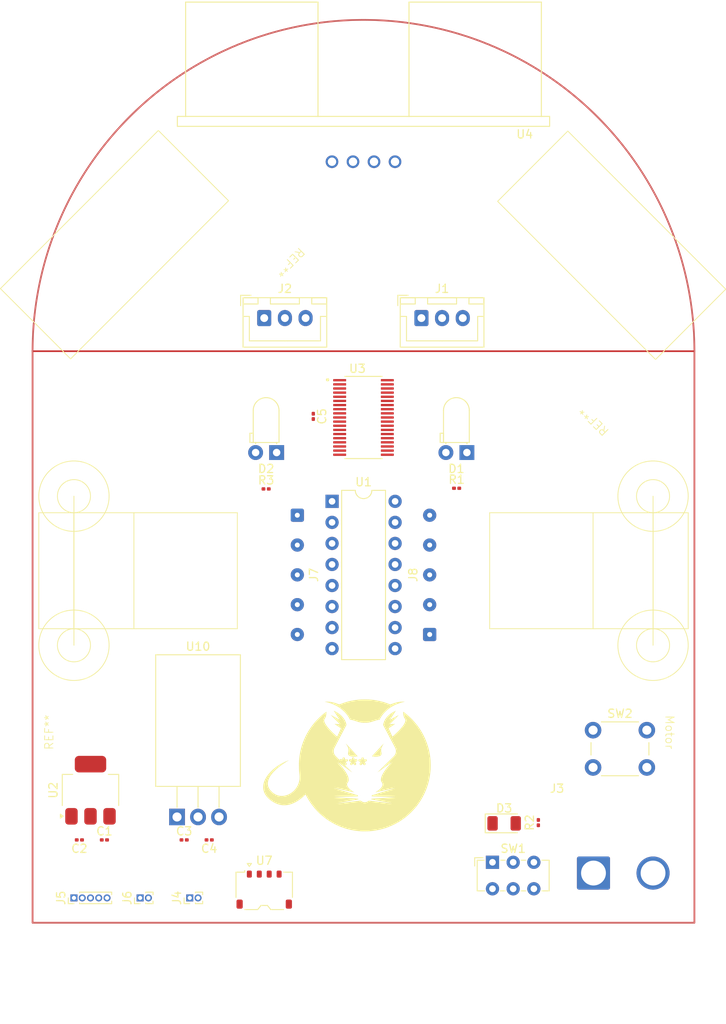
<source format=kicad_pcb>
(kicad_pcb (version 20240108) (generator "pcbnew") (generator_version "8.0")
  (layers (0 "F.Cu" signal) (31 "B.Cu" signal) (34 "B.Paste" user) (35 "F.Paste" user) (36 "B.SilkS" user "B.Silkscreen") (37 "F.SilkS" user "F.Silkscreen") (38 "B.Mask" user) (39 "F.Mask" user) (44 "Edge.Cuts" user))
  (net 0 "")
  (net 1 "Batt_out")
  (net 2 "GND")
  (net 3 "+5V")
  (net 4 "+6V")
  (net 5 "Net-(D1-A)")
  (net 6 "Net-(D2-A)")
  (net 7 "Net-(D3-A)")
  (net 8 "Infra_out1")
  (net 9 "Infra_out2")
  (net 10 "+BATT")
  (net 11 "UART_RX")
  (net 12 "UART_TX")
  (net 13 "Freedig1")
  (net 14 "Freedig3")
  (net 15 "Freedig2")
  (net 16 "Freedig5")
  (net 17 "Freedig4")
  (net 18 "I2C_SCL")
  (net 19 "I2C_SDA")
  (net 20 "M1 Enc")
  (net 21 "M2 Enc")
  (net 22 "M1 A")
  (net 23 "M3 Enc")
  (net 24 "M2 A")
  (net 25 "M4 Enc")
  (net 26 "Auge 2")
  (net 27 "Auge 1")
  (net 29 "Switch")
  (net 30 "Input 1")
  (net 31 "Input 3")
  (net 32 "Input 2")
  (net 33 "PWM 1")
  (net 34 "Input 4")
  (net 35 "PWM 2")
  (net 38 "CAP")
  (net 49 "PWM 3")
  (footprint "Connector_JST:JST_XH_B3B-XH-A_1x03_P2.50mm_Vertical" (layer "F.Cu") (at 226 148)
    (property "Reference" "J2" (at 2.5 -3.55 0) (layer "F.SilkS"))
    (property "Value" "Conn_01x03_Socket")
    (pad "1" thru_hole roundrect (at 0 0) (size 1.7 1.95) (drill 0.95) (layers "*.Cu" "*.Mask") (roundrect_rratio 0.147059) (net 3 "+5V"))
    (pad "2" thru_hole oval (at 2.5 0) (size 1.7 1.95) (drill 0.95) (layers "*.Cu" "*.Mask") (net 9 "Infra_out2"))
    (pad "3" thru_hole oval (at 5 0) (size 1.7 1.95) (drill 0.95) (layers "*.Cu" "*.Mask") (net 2 "GND"))
  )
  (footprint "Button_Switch_THT:SW_PUSH_6mm_H4.3mm" (layer "F.Cu") (at 265.75 197.75)
    (property "Reference" "SW2" (at 3.25 -2 0) (layer "F.SilkS"))
    (property "Value" "SW_MEC_5E")
    (pad "1" thru_hole circle (at 0 0 90) (size 2 2) (drill 1.1) (layers "*.Cu" "*.Mask") (net 29 "Switch"))
    (pad "1" thru_hole circle (at 6.5 0 90) (size 2 2) (drill 1.1) (layers "*.Cu" "*.Mask") (net 29 "Switch"))
    (pad "2" thru_hole circle (at 0 4.5 90) (size 2 2) (drill 1.1) (layers "*.Cu" "*.Mask") (net 29 "Switch"))
    (pad "2" thru_hole circle (at 6.5 4.5 90) (size 2 2) (drill 1.1) (layers "*.Cu" "*.Mask") (net 29 "Switch"))
  )
  (footprint "LED_SMD:LED_1206_3216Metric" (layer "F.Cu") (at 255 209)
    (property "Reference" "D3" (at 0 -1.82 0) (layer "F.SilkS"))
    (property "Value" "LED")
    (pad "1" smd roundrect (at -1.4 0) (size 1.25 1.75) (layers "F.Cu" "F.Paste" "F.Mask") (roundrect_rratio 0.2) (net 2 "GND"))
    (pad "2" smd roundrect (at 1.4 0) (size 1.25 1.75) (layers "F.Cu" "F.Paste" "F.Mask") (roundrect_rratio 0.2) (net 7 "Net-(D3-A)"))
  )
  (footprint "Connector_PinHeader_1.00mm:PinHeader_1x05_P1.00mm_Vertical" (layer "F.Cu") (at 203 218 90)
    (property "Reference" "J5" (at 0 -1.56 -90) (layer "F.SilkS"))
    (property "Value" "Conn_01x05_Pin")
    (pad "1" thru_hole rect (at 0 0 90) (size 0.85 0.85) (drill 0.5) (layers "*.Cu" "*.Mask") (net 13 "Freedig1"))
    (pad "2" thru_hole oval (at 0 1 90) (size 0.85 0.85) (drill 0.5) (layers "*.Cu" "*.Mask") (net 15 "Freedig2"))
    (pad "3" thru_hole oval (at 0 2 90) (size 0.85 0.85) (drill 0.5) (layers "*.Cu" "*.Mask") (net 14 "Freedig3"))
    (pad "4" thru_hole oval (at 0 3 90) (size 0.85 0.85) (drill 0.5) (layers "*.Cu" "*.Mask") (net 17 "Freedig4"))
    (pad "5" thru_hole oval (at 0 4 90) (size 0.85 0.85) (drill 0.5) (layers "*.Cu" "*.Mask") (net 16 "Freedig5"))
  )
  (footprint "Library:Motor_Bracket" (layer "F.Cu") (at 278 177 -90)
    (property "Reference" "Motor" (at 21 3 -90) (layer "F.SilkS") (effects (font (thickness 0.1))))
    (property "Value" "Motor_Bracket")
  )
  (footprint "Library:Sharp" (layer "F.Cu") (at 273.303301 153 135)
    (property "Reference" "REF**" (at 0 -10.5 135) (layer "F.SilkS") (effects (font (thickness 0.1))))
    (property "Value" "Sharp")
  )
  (footprint "Connector_PinHeader_1.00mm:PinHeader_1x02_P1.00mm_Vertical" (layer "F.Cu") (at 217 218 90)
    (property "Reference" "J4" (at 0 -1.56 -90) (layer "F.SilkS"))
    (property "Value" "Conn_01x02_Pin")
    (pad "1" thru_hole rect (at 0 0 90) (size 0.85 0.85) (drill 0.5) (layers "*.Cu" "*.Mask") (net 11 "UART_RX"))
    (pad "2" thru_hole oval (at 0 1 90) (size 0.85 0.85) (drill 0.5) (layers "*.Cu" "*.Mask") (net 12 "UART_TX"))
  )
  (footprint "Connector_Wire:SolderWire-0.1sqmm_1x05_P3.6mm_D0.4mm_OD1mm" (layer "F.Cu") (at 230 171.8 -90)
    (property "Reference" "J7" (at 7.2 -2 90) (layer "F.SilkS"))
    (property "Value" "Conn_01x05_Pin")
    (pad "1" thru_hole roundrect (at 0 0 270) (size 1.6 1.6) (drill 0.6) (layers "*.Cu" "*.Mask") (roundrect_rratio 0.15625) (net 20 "M1 Enc"))
    (pad "2" thru_hole circle (at 3.6 0 270) (size 1.6 1.6) (drill 0.6) (layers "*.Cu" "*.Mask") (net 21 "M2 Enc"))
    (pad "3" thru_hole circle (at 7.2 0 270) (size 1.6 1.6) (drill 0.6) (layers "*.Cu" "*.Mask") (net 3 "+5V"))
    (pad "4" thru_hole circle (at 10.8 0 270) (size 1.6 1.6) (drill 0.6) (layers "*.Cu" "*.Mask") (net 22 "M1 A"))
    (pad "5" thru_hole circle (at 14.4 0 270) (size 1.6 1.6) (drill 0.6) (layers "*.Cu" "*.Mask") (net 2 "GND"))
  )
  (footprint "Package_DIP:DIP-16_W7.62mm" (layer "F.Cu") (at 234.2 170.125)
    (property "Reference" "U1" (at 3.81 -2.33 0) (layer "F.SilkS"))
    (property "Value" "L293D")
    (pad "1" thru_hole rect (at 0 0) (size 1.6 1.6) (drill 0.8) (layers "*.Cu" "*.Mask") (net 33 "PWM 1"))
    (pad "2" thru_hole oval (at 0 2.54) (size 1.6 1.6) (drill 0.8) (layers "*.Cu" "*.Mask") (net 30 "Input 1"))
    (pad "3" thru_hole oval (at 0 5.08) (size 1.6 1.6) (drill 0.8) (layers "*.Cu" "*.Mask") (net 20 "M1 Enc"))
    (pad "4" thru_hole oval (at 0 7.62) (size 1.6 1.6) (drill 0.8) (layers "*.Cu" "*.Mask") (net 2 "GND"))
    (pad "5" thru_hole oval (at 0 10.16) (size 1.6 1.6) (drill 0.8) (layers "*.Cu" "*.Mask") (net 2 "GND"))
    (pad "6" thru_hole oval (at 0 12.7) (size 1.6 1.6) (drill 0.8) (layers "*.Cu" "*.Mask") (net 21 "M2 Enc"))
    (pad "7" thru_hole oval (at 0 15.24) (size 1.6 1.6) (drill 0.8) (layers "*.Cu" "*.Mask") (net 32 "Input 2"))
    (pad "8" thru_hole oval (at 0 17.78) (size 1.6 1.6) (drill 0.8) (layers "*.Cu" "*.Mask") (net 4 "+6V"))
    (pad "9" thru_hole oval (at 7.62 17.78) (size 1.6 1.6) (drill 0.8) (layers "*.Cu" "*.Mask") (net 35 "PWM 2"))
    (pad "10" thru_hole oval (at 7.62 15.24) (size 1.6 1.6) (drill 0.8) (layers "*.Cu" "*.Mask") (net 31 "Input 3"))
    (pad "11" thru_hole oval (at 7.62 12.7) (size 1.6 1.6) (drill 0.8) (layers "*.Cu" "*.Mask") (net 23 "M3 Enc"))
    (pad "12" thru_hole oval (at 7.62 10.16) (size 1.6 1.6) (drill 0.8) (layers "*.Cu" "*.Mask") (net 2 "GND"))
    (pad "13" thru_hole oval (at 7.62 7.62) (size 1.6 1.6) (drill 0.8) (layers "*.Cu" "*.Mask") (net 2 "GND"))
    (pad "14" thru_hole oval (at 7.62 5.08) (size 1.6 1.6) (drill 0.8) (layers "*.Cu" "*.Mask") (net 25 "M4 Enc"))
    (pad "15" thru_hole oval (at 7.62 2.54) (size 1.6 1.6) (drill 0.8) (layers "*.Cu" "*.Mask") (net 34 "Input 4"))
    (pad "16" thru_hole oval (at 7.62 0) (size 1.6 1.6) (drill 0.8) (layers "*.Cu" "*.Mask") (net 3 "+5V"))
  )
  (footprint "Connector_PinHeader_1.00mm:PinHeader_1x02_P1.00mm_Vertical" (layer "F.Cu") (at 211 218 90)
    (property "Reference" "J6" (at 0 -1.56 -90) (layer "F.SilkS"))
    (property "Value" "Conn_01x02_Pin")
    (pad "1" thru_hole rect (at 0 0 90) (size 0.85 0.85) (drill 0.5) (layers "*.Cu" "*.Mask") (net 19 "I2C_SDA"))
    (pad "2" thru_hole oval (at 0 1 90) (size 0.85 0.85) (drill 0.5) (layers "*.Cu" "*.Mask") (net 18 "I2C_SCL"))
  )
  (footprint "Capacitor_SMD:C_0201_0603Metric" (layer "F.Cu") (at 219.345 211 180)
    (property "Reference" "C4" (at 0 -1.05 180) (layer "F.SilkS"))
    (property "Value" "C0.1uF")
    (pad "1" smd roundrect (at -0.32 0 180) (size 0.46 0.4) (layers "F.Cu" "F.Mask") (net 4 "+6V"))
    (pad "2" smd roundrect (at 0.32 0 180) (size 0.46 0.4) (layers "F.Cu" "F.Mask") (net 2 "GND"))
  )
  (footprint "Package_TO_SOT_THT:TO-220-3_Horizontal_TabDown" (layer "F.Cu") (at 215.46 208.23)
    (property "Reference" "U10" (at 2.54 -20.58 0) (layer "F.SilkS"))
    (property "Value" "L7806")
    (pad "" np_thru_hole oval (at 2.54 -16.66) (size 3.5 3.5) (drill 3.5) (layers "*.Cu" "*.Mask"))
    (pad "1" thru_hole rect (at 0 0) (size 1.905 2) (drill 1.1) (layers "*.Cu" "*.Mask") (net 1 "Batt_out"))
    (pad "2" thru_hole oval (at 2.54 0) (size 1.905 2) (drill 1.1) (layers "*.Cu" "*.Mask") (net 2 "GND"))
    (pad "3" thru_hole oval (at 5.08 0) (size 1.905 2) (drill 1.1) (layers "*.Cu" "*.Mask") (net 4 "+6V"))
  )
  (footprint "Capacitor_SMD:C_0201_0603Metric" (layer "F.Cu") (at 203.655 211 180)
    (property "Reference" "C2" (at 0 -1.05 180) (layer "F.SilkS"))
    (property "Value" "C10uF")
    (pad "1" smd roundrect (at -0.32 0 180) (size 0.46 0.4) (layers "F.Cu" "F.Mask") (net 3 "+5V"))
    (pad "2" smd roundrect (at 0.32 0 180) (size 0.46 0.4) (layers "F.Cu" "F.Mask") (net 2 "GND"))
  )
  (footprint "Connector_JST:JST_XH_B3B-XH-A_1x03_P2.50mm_Vertical" (layer "F.Cu") (at 245 148)
    (property "Reference" "J1" (at 2.5 -3.55 0) (layer "F.SilkS"))
    (property "Value" "Conn_01x03_Socket")
    (pad "1" thru_hole roundrect (at 0 0) (size 1.7 1.95) (drill 0.95) (layers "*.Cu" "*.Mask") (roundrect_rratio 0.147059) (net 3 "+5V"))
    (pad "2" thru_hole oval (at 2.5 0) (size 1.7 1.95) (drill 0.95) (layers "*.Cu" "*.Mask") (net 8 "Infra_out1"))
    (pad "3" thru_hole oval (at 5 0) (size 1.7 1.95) (drill 0.95) (layers "*.Cu" "*.Mask") (net 2 "GND"))
  )
  (footprint "Resistor_SMD:R_0201_0603Metric" (layer "F.Cu") (at 259.134544 208.909463 90)
    (property "Reference" "R2" (at 0 -1.05 -90) (layer "F.SilkS"))
    (property "Value" "R68")
    (pad "1" smd roundrect (at -0.32 0 90) (size 0.46 0.4) (layers "F.Cu" "F.Mask") (net 7 "Net-(D3-A)"))
    (pad "2" smd roundrect (at 0.32 0 90) (size 0.46 0.4) (layers "F.Cu" "F.Mask") (net 3 "+5V"))
  )
  (footprint "HC-SR04:XCVR_HC-SR04" (layer "F.Cu") (at 238 129.125 180)
    (property "Reference" "U4" (at -19.48505 3.31671 180) (layer "F.SilkS") (effects (font (size 1.00052 1.00052))))
    (property "Value" "HC-SR04")
    (pad "1" thru_hole circle (at -3.81 0 180) (size 1.53 1.53) (drill 1.02) (layers "*.Cu" "*.Mask") (net 3 "+5V"))
    (pad "2" thru_hole circle (at -1.27 0 180) (size 1.53 1.53) (drill 1.02) (layers "*.Cu" "*.Mask") (net 49 "PWM 3"))
    (pad "3" thru_hole circle (at 1.27 0 180) (size 1.53 1.53) (drill 1.02) (layers "*.Cu" "*.Mask") (net 38 "CAP"))
    (pad "4" thru_hole circle (at 3.81 0 180) (size 1.53 1.53) (drill 1.02) (layers "*.Cu" "*.Mask") (net 2 "GND"))
  )
  (footprint "Connector_Wire:SolderWire-2.5sqmm_1x02_P7.2mm_D2.4mm_OD3.6mm" (layer "F.Cu") (at 265.8 215)
    (property "Reference" "J3" (at -4.4 -10.2 0) (layer "F.SilkS"))
    (property "Value" "Conn_01x02_Pin")
    (pad "1" thru_hole roundrect (at 0 0) (size 4 4) (drill 3) (layers "*.Cu" "*.Mask") (roundrect_rratio 0.0625) (net 2 "GND"))
    (pad "2" thru_hole circle (at 7.2 0) (size 4 4) (drill 3) (layers "*.Cu" "*.Mask") (net 10 "+BATT"))
  )
  (footprint "Library:Motor_Bracket" (layer "F.Cu") (at 198 180 90)
    (property "Reference" "REF**" (at -18 2 90) (layer "F.SilkS") (effects (font (thickness 0.1))))
    (property "Value" "Motor_Bracket")
  )
  (footprint "Connector_JST:JST_ACH_BM04B-ACHSS-A-GAN-ETF_1x04-1MP_P1.20mm_Vertical" (layer "F.Cu") (at 226 217)
    (property "Reference" "U7" (at 0 -3.5 0) (layer "F.SilkS"))
    (property "Value" "~")
    (pad "1" smd roundrect (at -1.8 -1.875) (size 0.6 0.85) (layers "F.Cu" "F.Paste" "F.Mask"))
    (pad "2" smd roundrect (at -0.6 -1.875) (size 0.6 0.85) (layers "F.Cu" "F.Paste" "F.Mask"))
    (pad "3" smd roundrect (at 0.6 -1.875) (size 0.6 0.85) (layers "F.Cu" "F.Paste" "F.Mask"))
    (pad "4" smd roundrect (at 1.8 -1.875) (size 0.6 0.85) (layers "F.Cu" "F.Paste" "F.Mask"))
    (pad "MP" smd roundrect (at -2.975 1.75) (size 0.75 1.1) (layers "F.Cu" "F.Paste" "F.Mask"))
    (pad "MP" smd roundrect (at 2.975 1.75) (size 0.75 1.1) (layers "F.Cu" "F.Paste" "F.Mask"))
  )
  (footprint "LED_THT:LED_D3.0mm_Horizontal_O1.27mm_Z2.0mm" (layer "F.Cu") (at 227.499489 164.233924 180)
    (property "Reference" "D2" (at 1.27 -1.96 180) (layer "F.SilkS"))
    (property "Value" "LED Red")
    (pad "1" thru_hole rect (at 0 0 180) (size 1.8 1.8) (drill 0.9) (layers "*.Cu" "*.Mask") (net 2 "GND"))
    (pad "2" thru_hole circle (at 2.54 0 180) (size 1.8 1.8) (drill 0.9) (layers "*.Cu" "*.Mask") (net 6 "Net-(D2-A)"))
  )
  (footprint "Button_Switch_THT:SW_E-Switch_EG1271_SPDT" (layer "F.Cu") (at 253.5925 213.7)
    (property "Reference" "SW1" (at 2.5 -1.65 0) (layer "F.SilkS"))
    (property "Value" "SW_DPDT_x2")
    (pad "1" thru_hole rect (at 0 0) (size 1.6 1.6) (drill 0.8) (layers "*.Cu" "*.Mask") (net 1 "Batt_out"))
    (pad "2" thru_hole circle (at 2.5 0) (size 1.6 1.6) (drill 0.8) (layers "*.Cu" "*.Mask") (net 10 "+BATT"))
    (pad "3" thru_hole circle (at 5 0) (size 1.6 1.6) (drill 0.8) (layers "*.Cu" "*.Mask"))
    (pad "4" thru_hole circle (at 0 3.2) (size 1.6 1.6) (drill 0.8) (layers "*.Cu" "*.Mask"))
    (pad "5" thru_hole circle (at 2.5 3.2) (size 1.6 1.6) (drill 0.8) (layers "*.Cu" "*.Mask"))
    (pad "6" thru_hole circle (at 5 3.2) (size 1.6 1.6) (drill 0.8) (layers "*.Cu" "*.Mask"))
  )
  (footprint "Resistor_SMD:R_0201_0603Metric" (layer "F.Cu") (at 226.229231 168.626922)
    (property "Reference" "R3" (at 0 -1.05 0) (layer "F.SilkS"))
    (property "Value" "R128")
    (pad "1" smd roundrect (at -0.32 0) (size 0.46 0.4) (layers "F.Cu" "F.Mask") (net 6 "Net-(D2-A)"))
    (pad "2" smd roundrect (at 0.32 0) (size 0.46 0.4) (layers "F.Cu" "F.Mask") (net 27 "Auge 1"))
  )
  (footprint "XMC1402T038X0128AAXUMA1:SOP50P640X120-38N" (layer "F.Cu") (at 238 160)
    (property "Reference" "U3" (at -0.735 -5.892 0) (layer "F.SilkS"))
    (property "Value" "~")
    (pad "1" smd roundrect (at -2.88 -4.5) (size 1.56 0.28) (layers "F.Cu" "F.Paste" "F.Mask") (roundrect_rratio 0.125) (net 16 "Freedig5"))
    (pad "2" smd roundrect (at -2.88 -4) (size 1.56 0.28) (layers "F.Cu" "F.Paste" "F.Mask") (roundrect_rratio 0.125) (net 17 "Freedig4"))
    (pad "3" smd roundrect (at -2.88 -3.5) (size 1.56 0.28) (layers "F.Cu" "F.Paste" "F.Mask") (roundrect_rratio 0.125) (net 14 "Freedig3"))
    (pad "4" smd roundrect (at -2.88 -3) (size 1.56 0.28) (layers "F.Cu" "F.Paste" "F.Mask") (roundrect_rratio 0.125) (net 15 "Freedig2"))
    (pad "5" smd roundrect (at -2.88 -2.5) (size 1.56 0.28) (layers "F.Cu" "F.Paste" "F.Mask") (roundrect_rratio 0.125) (net 13 "Freedig1"))
    (pad "6" smd roundrect (at -2.88 -2) (size 1.56 0.28) (layers "F.Cu" "F.Paste" "F.Mask") (roundrect_rratio 0.125) (net 27 "Auge 1"))
    (pad "7" smd roundrect (at -2.88 -1.5) (size 1.56 0.28) (layers "F.Cu" "F.Paste" "F.Mask") (roundrect_rratio 0.125) (net 26 "Auge 2"))
    (pad "8" smd roundrect (at -2.88 -1) (size 1.56 0.28) (layers "F.Cu" "F.Paste" "F.Mask") (roundrect_rratio 0.125) (net 49 "PWM 3"))
    (pad "9" smd roundrect (at -2.88 -0.5) (size 1.56 0.28) (layers "F.Cu" "F.Paste" "F.Mask") (roundrect_rratio 0.125) (net 2 "GND"))
    (pad "10" smd roundrect (at -2.88 0) (size 1.56 0.28) (layers "F.Cu" "F.Paste" "F.Mask") (roundrect_rratio 0.125) (net 3 "+5V"))
    (pad "11" smd roundrect (at -2.88 0.5) (size 1.56 0.28) (layers "F.Cu" "F.Paste" "F.Mask") (roundrect_rratio 0.125) (net 30 "Input 1"))
    (pad "12" smd roundrect (at -2.88 1) (size 1.56 0.28) (layers "F.Cu" "F.Paste" "F.Mask") (roundrect_rratio 0.125) (net 32 "Input 2"))
    (pad "13" smd roundrect (at -2.88 1.5) (size 1.56 0.28) (layers "F.Cu" "F.Paste" "F.Mask") (roundrect_rratio 0.125) (net 31 "Input 3"))
    (pad "14" smd roundrect (at -2.88 2) (size 1.56 0.28) (layers "F.Cu" "F.Paste" "F.Mask") (roundrect_rratio 0.125) (net 34 "Input 4"))
    (pad "15" smd roundrect (at -2.88 2.5) (size 1.56 0.28) (layers "F.Cu" "F.Paste" "F.Mask") (roundrect_rratio 0.125) (net 33 "PWM 1"))
    (pad "16" smd roundrect (at -2.88 3) (size 1.56 0.28) (layers "F.Cu" "F.Paste" "F.Mask") (roundrect_rratio 0.125) (net 35 "PWM 2"))
    (pad "17" smd roundrect (at -2.88 3.5) (size 1.56 0.28) (layers "F.Cu" "F.Paste" "F.Mask") (roundrect_rratio 0.125))
    (pad "18" smd roundrect (at -2.88 4) (size 1.56 0.28) (layers "F.Cu" "F.Paste" "F.Mask") (roundrect_rratio 0.125))
    (pad "19" smd roundrect (at -2.88 4.5) (size 1.56 0.28) (layers "F.Cu" "F.Paste" "F.Mask") (roundrect_rratio 0.125) (net 18 "I2C_SCL"))
    (pad "20" smd roundrect (at 2.88 4.5 180) (size 1.56 0.28) (layers "F.Cu" "F.Paste" "F.Mask") (roundrect_rratio 0.125) (net 19 "I2C_SDA"))
    (pad "21" smd roundrect (at 2.88 4 180) (size 1.56 0.28) (layers "F.Cu" "F.Paste" "F.Mask") (roundrect_rratio 0.125) (net 24 "M2 A"))
    (pad "22" smd roundrect (at 2.88 3.5 180) (size 1.56 0.28) (layers "F.Cu" "F.Paste" "F.Mask") (roundrect_rratio 0.125) (net 22 "M1 A"))
    (pad "23" smd roundrect (at 2.88 3 180) (size 1.56 0.28) (layers "F.Cu" "F.Paste" "F.Mask") (roundrect_rratio 0.125) (net 12 "UART_TX"))
    (pad "24" smd roundrect (at 2.88 2.5 180) (size 1.56 0.28) (layers "F.Cu" "F.Paste" "F.Mask") (roundrect_rratio 0.125) (net 11 "UART_RX"))
    (pad "25" smd roundrect (at 2.88 2 180) (size 1.56 0.28) (layers "F.Cu" "F.Paste" "F.Mask") (roundrect_rratio 0.125))
    (pad "26" smd roundrect (at 2.88 1.5 180) (size 1.56 0.28) (layers "F.Cu" "F.Paste" "F.Mask") (roundrect_rratio 0.125))
    (pad "27" smd roundrect (at 2.88 1 180) (size 1.56 0.28) (layers "F.Cu" "F.Paste" "F.Mask") (roundrect_rratio 0.125))
    (pad "28" smd roundrect (at 2.88 0.5 180) (size 1.56 0.28) (layers "F.Cu" "F.Paste" "F.Mask") (roundrect_rratio 0.125))
    (pad "29" smd roundrect (at 2.88 0 180) (size 1.56 0.28) (layers "F.Cu" "F.Paste" "F.Mask") (roundrect_rratio 0.125))
    (pad "30" smd roundrect (at 2.88 -0.5 180) (size 1.56 0.28) (layers "F.Cu" "F.Paste" "F.Mask") (roundrect_rratio 0.125))
    (pad "31" smd roundrect (at 2.88 -1 180) (size 1.56 0.28) (layers "F.Cu" "F.Paste" "F.Mask") (roundrect_rratio 0.125) (net 38 "CAP"))
    (pad "32" smd roundrect (at 2.88 -1.5 180) (size 1.56 0.28) (layers "F.Cu" "F.Paste" "F.Mask") (roundrect_rratio 0.125))
    (pad "33" smd roundrect (at 2.88 -2 180) (size 1.56 0.28) (layers "F.Cu" "F.Paste" "F.Mask") (roundrect_rratio 0.125))
    (pad "34" smd roundrect (at 2.88 -2.5 180) (size 1.56 0.28) (layers "F.Cu" "F.Paste" "F.Mask") (roundrect_rratio 0.125))
    (pad "35" smd roundrect (at 2.88 -3 180) (size 1.56 0.28) (layers "F.Cu" "F.Paste" "F.Mask") (roundrect_rratio 0.125) (net 9 "Infra_out2"))
    (pad "36" smd roundrect (at 2.88 -3.5 180) (size 1.56 0.28) (layers "F.Cu" "F.Paste" "F.Mask") (roundrect_rratio 0.125) (net 8 "Infra_out1"))
    (pad "37" smd roundrect (at 2.88 -4 180) (size 1.56 0.28) (layers "F.Cu" "F.Paste" "F.Mask") (roundrect_rratio 0.125))
    (pad "38" smd roundrect (at 2.88 -4.5 180) (size 1.56 0.28) (layers "F.Cu" "F.Paste" "F.Mask") (roundrect_rratio 0.125))
  )
  (footprint "Connector_Wire:SolderWire-0.1sqmm_1x05_P3.6mm_D0.4mm_OD1mm" (layer "F.Cu") (at 246 186.2 90)
    (property "Reference" "J8" (at 7.2 -2 -90) (layer "F.SilkS"))
    (property "Value" "Conn_01x05_Pin")
    (pad "1" thru_hole roundrect (at 0 0 90) (size 1.6 1.6) (drill 0.6) (layers "*.Cu" "*.Mask") (roundrect_rratio 0.15625) (net 23 "M3 Enc"))
    (pad "2" thru_hole circle (at 3.6 0 90) (size 1.6 1.6) (drill 0.6) (layers "*.Cu" "*.Mask") (net 25 "M4 Enc"))
    (pad "3" thru_hole circle (at 7.2 0 90) (size 1.6 1.6) (drill 0.6) (layers "*.Cu" "*.Mask") (net 3 "+5V"))
    (pad "4" thru_hole circle (at 10.8 0 90) (size 1.6 1.6) (drill 0.6) (layers "*.Cu" "*.Mask") (net 24 "M2 A"))
    (pad "5" thru_hole circle (at 14.4 0 90) (size 1.6 1.6) (drill 0.6) (layers "*.Cu" "*.Mask") (net 2 "GND"))
  )
  (footprint "ratlib:rat4" (layer "F.Cu") (at 236 202)
    (property "Reference" "G***" (at 0 0 0) (layer "F.SilkS") (effects (font (size 1.5 1.5) (thickness 0.3))))
    (property "Value" "LOGO" (hide yes))
  )
  (footprint "Library:Sharp" (layer "F.Cu") (at 221.688582 133.835306 -135)
    (property "Reference" "REF**" (at 0 -10.5 -135) (layer "F.SilkS") (effects (font (thickness 0.1))))
    (property "Value" "Sharp")
  )
  (footprint "LED_THT:LED_D3.0mm_Horizontal_O1.27mm_Z2.0mm" (layer "F.Cu") (at 250.499489 164.233924 180)
    (property "Reference" "D1" (at 1.27 -1.96 180) (layer "F.SilkS"))
    (property "Value" "LED Red")
    (pad "1" thru_hole rect (at 0 0 180) (size 1.8 1.8) (drill 0.9) (layers "*.Cu" "*.Mask") (net 2 "GND"))
    (pad "2" thru_hole circle (at 2.54 0 180) (size 1.8 1.8) (drill 0.9) (layers "*.Cu" "*.Mask") (net 5 "Net-(D1-A)"))
  )
  (footprint "Resistor_SMD:R_0201_0603Metric" (layer "F.Cu") (at 249.256957 168.545081)
    (property "Reference" "R1" (at 0 -1.05 0) (layer "F.SilkS"))
    (property "Value" "R128")
    (pad "1" smd roundrect (at -0.32 0) (size 0.46 0.4) (layers "F.Cu" "F.Mask") (net 5 "Net-(D1-A)"))
    (pad "2" smd roundrect (at 0.32 0) (size 0.46 0.4) (layers "F.Cu" "F.Mask") (net 26 "Auge 2"))
  )
  (footprint "Capacitor_SMD:C_0201_0603Metric" (layer "F.Cu") (at 216.32 211)
    (property "Reference" "C3" (at 0 -1.05 0) (layer "F.SilkS"))
    (property "Value" "C0.33uF")
    (pad "1" smd roundrect (at -0.32 0) (size 0.46 0.4) (layers "F.Cu" "F.Mask") (net 1 "Batt_out"))
    (pad "2" smd roundrect (at 0.32 0) (size 0.46 0.4) (layers "F.Cu" "F.Mask") (net 2 "GND"))
  )
  (footprint "Package_TO_SOT_SMD:SOT-223-3_TabPin2" (layer "F.Cu") (at 205 205 90)
    (property "Reference" "U2" (at 0 -4.5 -90) (layer "F.SilkS"))
    (property "Value" "LD1117S50TR_SOT223" (hide yes))
    (pad "1" smd roundrect (at -3.15 -2.3 90) (size 2 1.5) (layers "F.Cu" "F.Paste" "F.Mask") (net 2 "GND"))
    (pad "2" smd roundrect (at -3.15 0 90) (size 2 1.5) (layers "F.Cu" "F.Paste" "F.Mask") (net 3 "+5V"))
    (pad "2" smd roundrect (at 3.15 0 90) (size 2 3.8) (layers "F.Cu" "F.Paste" "F.Mask") (net 3 "+5V"))
    (pad "3" smd roundrect (at -3.15 2.3 90) (size 2 1.5) (layers "F.Cu" "F.Paste" "F.Mask") (net 1 "Batt_out"))
  )
  (footprint "Capacitor_SMD:C_0201_0603Metric" (layer "F.Cu") (at 206.68 211)
    (property "Reference" "C1" (at 0 -1.05 0) (layer "F.SilkS"))
    (property "Value" "C100nF")
    (pad "1" smd roundrect (at -0.32 0) (size 0.46 0.4) (layers "F.Cu" "F.Mask") (net 1 "Batt_out"))
    (pad "2" smd roundrect (at 0.32 0) (size 0.46 0.4) (layers "F.Cu" "F.Mask") (net 2 "GND"))
  )
  (footprint "Capacitor_SMD:C_0201_0603Metric" (layer "F.Cu") (at 231.932116 159.867213 -90)
    (property "Reference" "C5" (at 0 -1.05 90) (layer "F.SilkS"))
    (property "Value" "C100nF")
    (pad "1" smd roundrect (at -0.32 0 270) (size 0.46 0.4) (layers "F.Cu" "F.Mask") (net 2 "GND"))
    (pad "2" smd roundrect (at 0.32 0 270) (size 0.46 0.4) (layers "F.Cu" "F.Mask") (net 3 "+5V"))
  )
  (gr_arc (start 198 152) (mid 238 112) (end 278 152) (stroke (width 0.2)) (layer "F.Cu") (net 29))
  (gr_rect (start 198 152) (end 278 221) (stroke (width 0.2)) (fill none) (layer "F.Cu") (net 29))
  (gr_line (start 198 152) (end 198 221) (stroke (width 0.05)) (layer "Edge.Cuts"))
  (gr_arc (start 198 152) (mid 238 112) (end 278 152) (stroke (width 0.05)) (layer "Edge.Cuts"))
  (gr_line (start 278 221) (end 198 221) (stroke (width 0.05)) (layer "Edge.Cuts"))
  (gr_line (start 278 221) (end 278 152) (stroke (width 0.05)) (layer "Edge.Cuts"))
)
</source>
